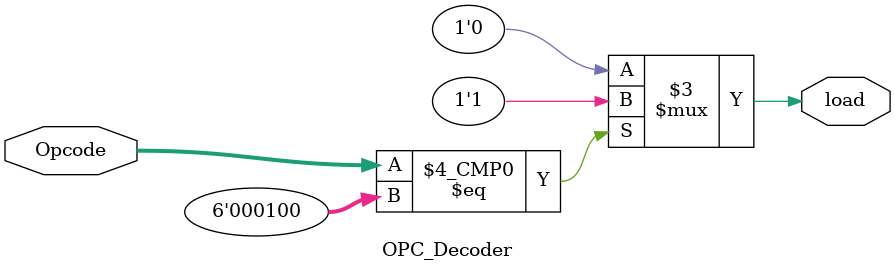
<source format=v>
`timescale 1ns / 1ps


module OPC_Decoder(
    output /*[3:0] D*/reg load,     // temporary width
    input [5:0] Opcode
    );
    always@(*)
    case(Opcode)
        6'h04:  load <= 1;
        default: load <= 0;
    endcase
endmodule

</source>
